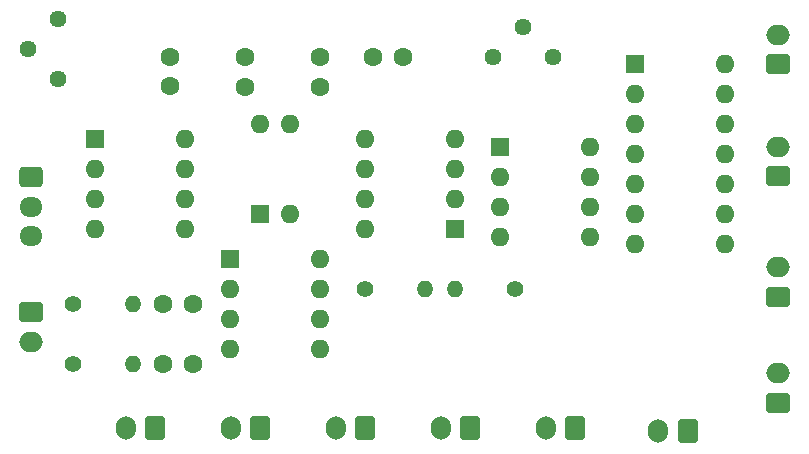
<source format=gbr>
%TF.GenerationSoftware,KiCad,Pcbnew,7.0.8-7.0.8~ubuntu22.04.1*%
%TF.CreationDate,2023-12-11T11:20:47-08:00*%
%TF.ProjectId,SimplifiedTrigger,53696d70-6c69-4666-9965-645472696767,rev?*%
%TF.SameCoordinates,Original*%
%TF.FileFunction,Soldermask,Bot*%
%TF.FilePolarity,Negative*%
%FSLAX46Y46*%
G04 Gerber Fmt 4.6, Leading zero omitted, Abs format (unit mm)*
G04 Created by KiCad (PCBNEW 7.0.8-7.0.8~ubuntu22.04.1) date 2023-12-11 11:20:47*
%MOMM*%
%LPD*%
G01*
G04 APERTURE LIST*
G04 Aperture macros list*
%AMRoundRect*
0 Rectangle with rounded corners*
0 $1 Rounding radius*
0 $2 $3 $4 $5 $6 $7 $8 $9 X,Y pos of 4 corners*
0 Add a 4 corners polygon primitive as box body*
4,1,4,$2,$3,$4,$5,$6,$7,$8,$9,$2,$3,0*
0 Add four circle primitives for the rounded corners*
1,1,$1+$1,$2,$3*
1,1,$1+$1,$4,$5*
1,1,$1+$1,$6,$7*
1,1,$1+$1,$8,$9*
0 Add four rect primitives between the rounded corners*
20,1,$1+$1,$2,$3,$4,$5,0*
20,1,$1+$1,$4,$5,$6,$7,0*
20,1,$1+$1,$6,$7,$8,$9,0*
20,1,$1+$1,$8,$9,$2,$3,0*%
G04 Aperture macros list end*
%ADD10RoundRect,0.250000X-0.750000X0.600000X-0.750000X-0.600000X0.750000X-0.600000X0.750000X0.600000X0*%
%ADD11O,2.000000X1.700000*%
%ADD12C,1.600000*%
%ADD13RoundRect,0.250000X0.750000X-0.600000X0.750000X0.600000X-0.750000X0.600000X-0.750000X-0.600000X0*%
%ADD14RoundRect,0.250000X0.600000X0.750000X-0.600000X0.750000X-0.600000X-0.750000X0.600000X-0.750000X0*%
%ADD15O,1.700000X2.000000*%
%ADD16R,1.600000X1.600000*%
%ADD17O,1.600000X1.600000*%
%ADD18C,1.400000*%
%ADD19O,1.400000X1.400000*%
%ADD20C,1.440000*%
%ADD21RoundRect,0.250000X-0.725000X0.600000X-0.725000X-0.600000X0.725000X-0.600000X0.725000X0.600000X0*%
%ADD22O,1.950000X1.700000*%
G04 APERTURE END LIST*
D10*
%TO.C,J1*%
X103805000Y-67965000D03*
D11*
X103805000Y-70465000D03*
%TD*%
D12*
%TO.C,0.1uF*%
X121920000Y-48895000D03*
X121920000Y-46395000D03*
%TD*%
D13*
%TO.C,Brain1*%
X167005000Y-56475000D03*
D11*
X167005000Y-53975000D03*
%TD*%
D14*
%TO.C,Bhv5*%
X149840000Y-77770000D03*
D15*
X147340000Y-77770000D03*
%TD*%
D16*
%TO.C,SW1*%
X123190000Y-59690000D03*
D17*
X125730000Y-59690000D03*
X125730000Y-52070000D03*
X123190000Y-52070000D03*
%TD*%
D18*
%TO.C,33k*%
X107315000Y-72390000D03*
D19*
X112395000Y-72390000D03*
%TD*%
D16*
%TO.C,555*%
X139690000Y-60950000D03*
D17*
X139690000Y-58410000D03*
X139690000Y-55870000D03*
X139690000Y-53330000D03*
X132070000Y-53330000D03*
X132070000Y-55870000D03*
X132070000Y-58410000D03*
X132070000Y-60950000D03*
%TD*%
D18*
%TO.C,33k*%
X132080000Y-66040000D03*
D19*
X137160000Y-66040000D03*
%TD*%
D16*
%TO.C,LM358*%
X120650000Y-63500000D03*
D17*
X120650000Y-66040000D03*
X120650000Y-68580000D03*
X120650000Y-71120000D03*
X128270000Y-71120000D03*
X128270000Y-68580000D03*
X128270000Y-66040000D03*
X128270000Y-63500000D03*
%TD*%
D12*
%TO.C,0.1uF*%
X114955000Y-67310000D03*
X117455000Y-67310000D03*
%TD*%
D18*
%TO.C,33K*%
X107315000Y-67310000D03*
D19*
X112395000Y-67310000D03*
%TD*%
D14*
%TO.C,Bhv3*%
X132060000Y-77770000D03*
D15*
X129560000Y-77770000D03*
%TD*%
D20*
%TO.C,10k Pot*%
X106045000Y-43180000D03*
X103505000Y-45720000D03*
X106045000Y-48260000D03*
%TD*%
D13*
%TO.C,Strb2*%
X167005000Y-66655000D03*
D11*
X167005000Y-64155000D03*
%TD*%
D14*
%TO.C,Bhv6*%
X159365000Y-78070000D03*
D15*
X156865000Y-78070000D03*
%TD*%
D12*
%TO.C,0.1uF*%
X128270000Y-48875000D03*
X128270000Y-46375000D03*
%TD*%
D18*
%TO.C,33k*%
X144780000Y-66040000D03*
D19*
X139700000Y-66040000D03*
%TD*%
D14*
%TO.C,Bhv4*%
X140950000Y-77770000D03*
D15*
X138450000Y-77770000D03*
%TD*%
D16*
%TO.C,LM358*%
X143520000Y-53985000D03*
D17*
X143520000Y-56525000D03*
X143520000Y-59065000D03*
X143520000Y-61605000D03*
X151140000Y-61605000D03*
X151140000Y-59065000D03*
X151140000Y-56525000D03*
X151140000Y-53985000D03*
%TD*%
D20*
%TO.C,10k Pot*%
X147955000Y-46355000D03*
X145415000Y-43815000D03*
X142875000Y-46355000D03*
%TD*%
D12*
%TO.C,2.2uF*%
X115570000Y-48855000D03*
X115570000Y-46355000D03*
%TD*%
D21*
%TO.C,J2*%
X103805000Y-56555000D03*
D22*
X103805000Y-59055000D03*
X103805000Y-61555000D03*
%TD*%
D13*
%TO.C,Strb1*%
X167005000Y-75652000D03*
D11*
X167005000Y-73152000D03*
%TD*%
D14*
%TO.C,Bhv2*%
X123170000Y-77770000D03*
D15*
X120670000Y-77770000D03*
%TD*%
D13*
%TO.C,Brain2*%
X167005000Y-46990000D03*
D11*
X167005000Y-44490000D03*
%TD*%
D16*
%TO.C,555*%
X109230000Y-53340000D03*
D17*
X109230000Y-55880000D03*
X109230000Y-58420000D03*
X109230000Y-60960000D03*
X116850000Y-60960000D03*
X116850000Y-58420000D03*
X116850000Y-55880000D03*
X116850000Y-53340000D03*
%TD*%
D16*
%TO.C,74HC74*%
X154940000Y-46990000D03*
D17*
X154940000Y-49530000D03*
X154940000Y-52070000D03*
X154940000Y-54610000D03*
X154940000Y-57150000D03*
X154940000Y-59690000D03*
X154940000Y-62230000D03*
X162560000Y-62230000D03*
X162560000Y-59690000D03*
X162560000Y-57150000D03*
X162560000Y-54610000D03*
X162560000Y-52070000D03*
X162560000Y-49530000D03*
X162560000Y-46990000D03*
%TD*%
D14*
%TO.C,Bhv1*%
X114280000Y-77770000D03*
D15*
X111780000Y-77770000D03*
%TD*%
D12*
%TO.C,0.1uF*%
X114955000Y-72390000D03*
X117455000Y-72390000D03*
%TD*%
%TO.C,2.2uF*%
X132735000Y-46355000D03*
X135235000Y-46355000D03*
%TD*%
M02*

</source>
